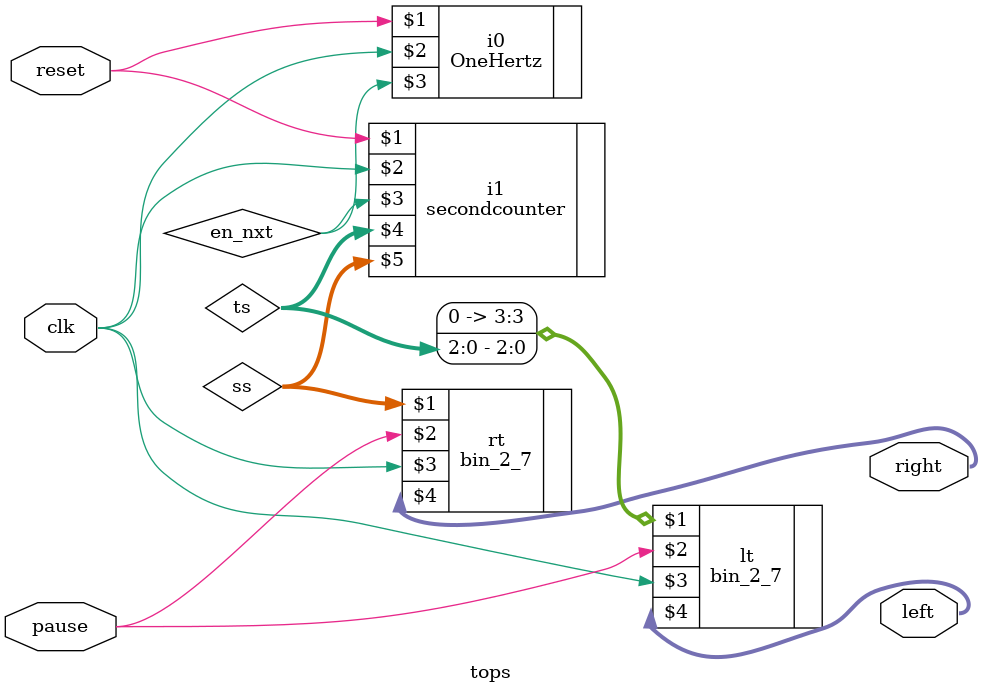
<source format=v>
module tops (reset, pause, clk, left, right);
input reset, clk, pause;
output [6:0] left, right;
wire [2:0] ts;
wire [3:0] ss;
OneHertz i0 (reset, clk, en_nxt);
secondcounter i1 (reset, clk, en_nxt, ts, ss);
bin_2_7 lt ({1'b0,ts}, pause, clk, left);
bin_2_7 rt (ss, pause, clk, right);
endmodule

</source>
